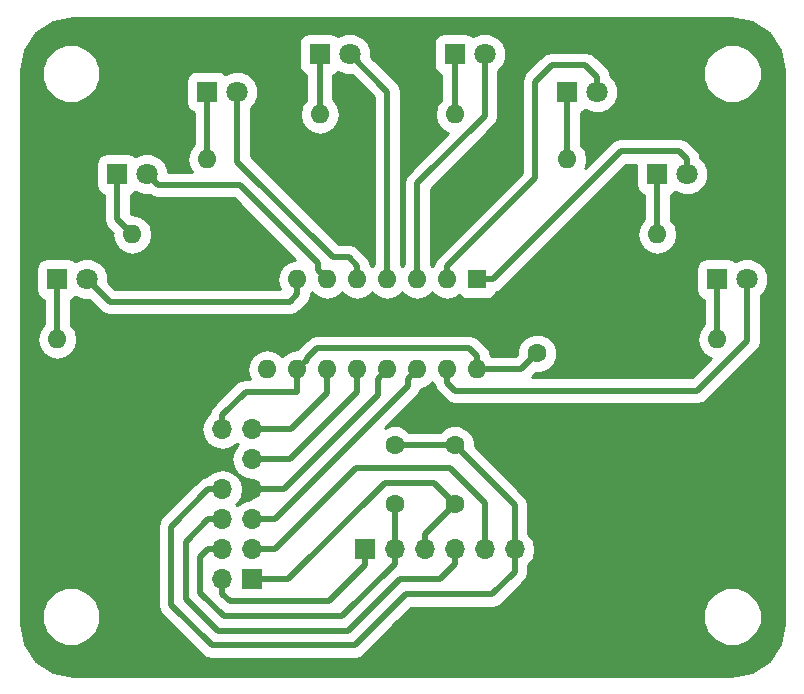
<source format=gbr>
G04 #@! TF.GenerationSoftware,KiCad,Pcbnew,(2018-01-11 revision 6f2beeb)-master*
G04 #@! TF.CreationDate,2018-01-15T15:50:05-06:00*
G04 #@! TF.ProjectId,minivol_led_encoder,6D696E69766F6C5F6C65645F656E636F,rev?*
G04 #@! TF.SameCoordinates,PX6ea0500PY7829b80*
G04 #@! TF.FileFunction,Copper,L2,Bot,Signal*
G04 #@! TF.FilePolarity,Positive*
%FSLAX46Y46*%
G04 Gerber Fmt 4.6, Leading zero omitted, Abs format (unit mm)*
G04 Created by KiCad (PCBNEW (2018-01-11 revision 6f2beeb)-master) date Monday, January 15, 2018 'PMt' 03:50:05 PM*
%MOMM*%
%LPD*%
G01*
G04 APERTURE LIST*
%ADD10C,1.600000*%
%ADD11C,1.800000*%
%ADD12R,1.800000X1.800000*%
%ADD13O,1.700000X1.700000*%
%ADD14R,1.700000X1.700000*%
%ADD15O,1.600000X1.600000*%
%ADD16R,1.600000X1.600000*%
%ADD17C,0.500000*%
%ADD18C,0.254000*%
G04 APERTURE END LIST*
D10*
X33225000Y15510000D03*
X33225000Y20510000D03*
X38305000Y20510000D03*
X38305000Y15510000D03*
X45290000Y28290000D03*
X45290000Y33290000D03*
D11*
X63070000Y34560000D03*
D12*
X60530000Y34560000D03*
D11*
X57990000Y43450000D03*
D12*
X55450000Y43450000D03*
X47830000Y50435000D03*
D11*
X50370000Y50435000D03*
D12*
X38305000Y53610000D03*
D11*
X40845000Y53610000D03*
X29415000Y53610000D03*
D12*
X26875000Y53610000D03*
D11*
X19890000Y50435000D03*
D12*
X17350000Y50435000D03*
X9730000Y43450000D03*
D11*
X12270000Y43450000D03*
D12*
X4650000Y34560000D03*
D11*
X7190000Y34560000D03*
D13*
X18620000Y21860000D03*
X21160000Y21860000D03*
X18620000Y19320000D03*
X21160000Y19320000D03*
X18620000Y16780000D03*
X21160000Y16780000D03*
X18620000Y14240000D03*
X21160000Y14240000D03*
X18620000Y11700000D03*
X21160000Y11700000D03*
X18620000Y9160000D03*
D14*
X21160000Y9160000D03*
D13*
X43385000Y11700000D03*
X40845000Y11700000D03*
X38305000Y11700000D03*
X35765000Y11700000D03*
X33225000Y11700000D03*
D14*
X30685000Y11700000D03*
D15*
X60530000Y29480000D03*
D10*
X60530000Y21860000D03*
X55450000Y30750000D03*
D15*
X55450000Y38370000D03*
X47830000Y44720000D03*
D10*
X47830000Y37100000D03*
X38305000Y40910000D03*
D15*
X38305000Y48530000D03*
X26875000Y48530000D03*
D10*
X26875000Y40910000D03*
X17350000Y37100000D03*
D15*
X17350000Y44720000D03*
X11000000Y38370000D03*
D10*
X11000000Y30750000D03*
X4650000Y21860000D03*
D15*
X4650000Y29480000D03*
X40210000Y26940000D03*
X22430000Y34560000D03*
X37670000Y26940000D03*
X24970000Y34560000D03*
X35130000Y26940000D03*
X27510000Y34560000D03*
X32590000Y26940000D03*
X30050000Y34560000D03*
X30050000Y26940000D03*
X32590000Y34560000D03*
X27510000Y26940000D03*
X35130000Y34560000D03*
X24970000Y26940000D03*
X37670000Y34560000D03*
X22430000Y26940000D03*
D16*
X40210000Y34560000D03*
D17*
X33225000Y11700000D02*
X33225000Y10497919D01*
X33225000Y10497919D02*
X28787070Y6059989D01*
X28787070Y6059989D02*
X18750149Y6059989D01*
X18750149Y6059989D02*
X16769999Y8040139D01*
X16769999Y8040139D02*
X16769999Y11052080D01*
X16769999Y11052080D02*
X17417919Y11700000D01*
X17417919Y11700000D02*
X18620000Y11700000D01*
X33225000Y11700000D02*
X33225000Y15510000D01*
X29822612Y3559969D02*
X17714607Y3559969D01*
X17714607Y3559969D02*
X14269979Y7004597D01*
X14269979Y7004597D02*
X14269979Y13632060D01*
X14269979Y13632060D02*
X17417919Y16780000D01*
X17417919Y16780000D02*
X18620000Y16780000D01*
X41480000Y7890000D02*
X34152642Y7890000D01*
X34152642Y7890000D02*
X29822612Y3559969D01*
X43385000Y9795000D02*
X41480000Y7890000D01*
X43385000Y11700000D02*
X43385000Y9795000D01*
X38305000Y20510000D02*
X43385000Y15430000D01*
X43385000Y15430000D02*
X43385000Y11700000D01*
X33225000Y20510000D02*
X38305000Y20510000D01*
X21160000Y9160000D02*
X24210998Y9160000D01*
X24210998Y9160000D02*
X32360999Y17310001D01*
X32360999Y17310001D02*
X36504999Y17310001D01*
X36504999Y17310001D02*
X38305000Y15510000D01*
X38305000Y15510000D02*
X35765000Y12970000D01*
X35765000Y12970000D02*
X35765000Y11700000D01*
X24970000Y25035000D02*
X20592919Y25035000D01*
X20592919Y25035000D02*
X18620000Y23062081D01*
X18620000Y23062081D02*
X18620000Y21860000D01*
X24970000Y26940000D02*
X24970000Y25035000D01*
X40210000Y26940000D02*
X40210000Y28071370D01*
X40210000Y28071370D02*
X39541369Y28740001D01*
X39541369Y28740001D02*
X26645999Y28740001D01*
X26645999Y28740001D02*
X25769999Y27864001D01*
X25769999Y27864001D02*
X25769999Y27739999D01*
X25769999Y27739999D02*
X24970000Y26940000D01*
X40210000Y26940000D02*
X43940000Y26940000D01*
X43940000Y26940000D02*
X45290000Y28290000D01*
X31790001Y24732781D02*
X23837220Y16780000D01*
X23837220Y16780000D02*
X21160000Y16780000D01*
X32590000Y26940000D02*
X31790001Y26140001D01*
X31790001Y26140001D02*
X31790001Y24732781D01*
X63070000Y34560000D02*
X63070000Y29355998D01*
X63070000Y29355998D02*
X58854001Y25139999D01*
X58854001Y25139999D02*
X38338631Y25139999D01*
X38338631Y25139999D02*
X37670000Y25808630D01*
X37670000Y25808630D02*
X37670000Y26940000D01*
X60530000Y34560000D02*
X60530000Y29480000D01*
X57990000Y43450000D02*
X57990000Y44722792D01*
X57312791Y45400001D02*
X52350001Y45400001D01*
X57990000Y44722792D02*
X57312791Y45400001D01*
X52350001Y45400001D02*
X41510000Y34560000D01*
X41510000Y34560000D02*
X40210000Y34560000D01*
X55450000Y43450000D02*
X55450000Y38370000D01*
X47830000Y44720000D02*
X47830000Y49800000D01*
X45085000Y51290002D02*
X45085000Y43106370D01*
X45085000Y43106370D02*
X37670000Y35691370D01*
X37670000Y35691370D02*
X37670000Y34560000D01*
X49372792Y52705000D02*
X46499998Y52705000D01*
X46499998Y52705000D02*
X45085000Y51290002D01*
X50370000Y50435000D02*
X50370000Y51707792D01*
X50370000Y51707792D02*
X49372792Y52705000D01*
X38305000Y48530000D02*
X38305000Y53610000D01*
X35130000Y34560000D02*
X35130000Y42690998D01*
X35130000Y42690998D02*
X40845000Y48405998D01*
X40845000Y48405998D02*
X40845000Y53610000D01*
X32590000Y34560000D02*
X32590000Y50435000D01*
X32590000Y50435000D02*
X29415000Y53610000D01*
X26875000Y48530000D02*
X26875000Y53610000D01*
X30050000Y34560000D02*
X30050000Y35691370D01*
X28001997Y36410001D02*
X19890000Y44521998D01*
X19890000Y44521998D02*
X19890000Y49800000D01*
X29331369Y36410001D02*
X28001997Y36410001D01*
X30050000Y35691370D02*
X29331369Y36410001D01*
X17350000Y44720000D02*
X17350000Y49800000D01*
X11000000Y38370000D02*
X9730000Y39640000D01*
X9730000Y39640000D02*
X9730000Y43450000D01*
X26710001Y35934217D02*
X20094217Y42550001D01*
X20094217Y42550001D02*
X13169999Y42550001D01*
X13169999Y42550001D02*
X12270000Y43450000D01*
X27510000Y34560000D02*
X26710001Y35359999D01*
X26710001Y35359999D02*
X26710001Y35934217D01*
X4650000Y29480000D02*
X4650000Y34560000D01*
X24970000Y33290000D02*
X24335000Y32655000D01*
X24335000Y32655000D02*
X9095000Y32655000D01*
X9095000Y32655000D02*
X7190000Y34560000D01*
X24970000Y34560000D02*
X24970000Y33290000D01*
X30050000Y25035000D02*
X24335000Y19320000D01*
X24335000Y19320000D02*
X21160000Y19320000D01*
X30050000Y26940000D02*
X30050000Y25035000D01*
X27510000Y26940000D02*
X27510000Y24897780D01*
X27510000Y24897780D02*
X24472220Y21860000D01*
X24472220Y21860000D02*
X21160000Y21860000D01*
X23065000Y14240000D02*
X21160000Y14240000D01*
X34330001Y25505001D02*
X23065000Y14240000D01*
X35130000Y26940000D02*
X34330001Y26140001D01*
X34330001Y26140001D02*
X34330001Y25505001D01*
X29925011Y18560011D02*
X23065000Y11700000D01*
X23065000Y11700000D02*
X21160000Y11700000D01*
X40845000Y11700000D02*
X40845000Y15634002D01*
X40845000Y15634002D02*
X37918991Y18560011D01*
X37918991Y18560011D02*
X29925011Y18560011D01*
X37035000Y9160000D02*
X33654861Y9160000D01*
X33654861Y9160000D02*
X29304841Y4809979D01*
X29304841Y4809979D02*
X18232378Y4809979D01*
X15519989Y7522368D02*
X15519989Y12342070D01*
X15519989Y12342070D02*
X17417919Y14240000D01*
X18232378Y4809979D02*
X15519989Y7522368D01*
X17417919Y14240000D02*
X18620000Y14240000D01*
X38305000Y10430000D02*
X37035000Y9160000D01*
X38305000Y11700000D02*
X38305000Y10430000D01*
X30685000Y11700000D02*
X30685000Y10350000D01*
X30685000Y10350000D02*
X27644999Y7309999D01*
X27644999Y7309999D02*
X19267920Y7309999D01*
X19267920Y7309999D02*
X18620000Y7957919D01*
X18620000Y7957919D02*
X18620000Y9160000D01*
D18*
G36*
X63467005Y56364502D02*
X64880221Y55420221D01*
X65824502Y54007003D01*
X66170000Y52270069D01*
X66170000Y5419931D01*
X65824502Y3682997D01*
X64880221Y2269779D01*
X63467005Y1325498D01*
X61730069Y980000D01*
X5989931Y980000D01*
X4252997Y1325498D01*
X2839779Y2269779D01*
X1895498Y3682995D01*
X1550000Y5419931D01*
X1550000Y5509456D01*
X3322571Y5509456D01*
X3698877Y4598725D01*
X4395060Y3901326D01*
X5305133Y3523431D01*
X6290544Y3522571D01*
X7201275Y3898877D01*
X7898674Y4595060D01*
X8276569Y5505133D01*
X8277429Y6490544D01*
X7901123Y7401275D01*
X7204940Y8098674D01*
X6294867Y8476569D01*
X5309456Y8477429D01*
X4398725Y8101123D01*
X3701326Y7404940D01*
X3323431Y6494867D01*
X3322571Y5509456D01*
X1550000Y5509456D01*
X1550000Y13632060D01*
X13142979Y13632060D01*
X13142979Y7004597D01*
X13228767Y6573313D01*
X13473070Y6207688D01*
X16917698Y2763059D01*
X17283323Y2518757D01*
X17714607Y2432969D01*
X29822612Y2432969D01*
X30253896Y2518757D01*
X30619521Y2763060D01*
X33365917Y5509456D01*
X59322571Y5509456D01*
X59698877Y4598725D01*
X60395060Y3901326D01*
X61305133Y3523431D01*
X62290544Y3522571D01*
X63201275Y3898877D01*
X63898674Y4595060D01*
X64276569Y5505133D01*
X64277429Y6490544D01*
X63901123Y7401275D01*
X63204940Y8098674D01*
X62294867Y8476569D01*
X61309456Y8477429D01*
X60398725Y8101123D01*
X59701326Y7404940D01*
X59323431Y6494867D01*
X59322571Y5509456D01*
X33365917Y5509456D01*
X34619461Y6763000D01*
X41480000Y6763000D01*
X41911284Y6848788D01*
X42276909Y7093091D01*
X44181909Y8998091D01*
X44426212Y9363716D01*
X44512000Y9795000D01*
X44512000Y10382069D01*
X44606173Y10444993D01*
X44980540Y11005272D01*
X45112000Y11666166D01*
X45112000Y11733834D01*
X44980540Y12394728D01*
X44606173Y12955007D01*
X44512000Y13017931D01*
X44512000Y15430000D01*
X44426212Y15861284D01*
X44181909Y16226909D01*
X39981928Y20426890D01*
X39982290Y20842112D01*
X39727520Y21458703D01*
X39256184Y21930862D01*
X38640039Y22186708D01*
X37972888Y22187290D01*
X37356297Y21932520D01*
X37060261Y21637000D01*
X34469534Y21637000D01*
X34176184Y21930862D01*
X33560039Y22186708D01*
X32892888Y22187290D01*
X32404177Y21985359D01*
X35126910Y24708092D01*
X35371213Y25073717D01*
X35384397Y25139999D01*
X35413548Y25286547D01*
X35771760Y25357800D01*
X36315818Y25721328D01*
X36400000Y25847315D01*
X36484182Y25721328D01*
X36572043Y25662621D01*
X36628788Y25377346D01*
X36873091Y25011721D01*
X37541722Y24343090D01*
X37907347Y24098787D01*
X38338631Y24012999D01*
X58854001Y24012999D01*
X59285285Y24098787D01*
X59650910Y24343090D01*
X63866909Y28559089D01*
X64111212Y28924714D01*
X64197000Y29355998D01*
X64197000Y33174169D01*
X64575588Y33552096D01*
X64846690Y34204982D01*
X64847307Y34911916D01*
X64577345Y35565274D01*
X64077904Y36065588D01*
X63425018Y36336690D01*
X62718084Y36337307D01*
X62075867Y36071948D01*
X62062281Y36092281D01*
X61772188Y36286116D01*
X61430000Y36354181D01*
X59630000Y36354181D01*
X59287812Y36286116D01*
X58997719Y36092281D01*
X58803884Y35802188D01*
X58735819Y35460000D01*
X58735819Y33660000D01*
X58803884Y33317812D01*
X58997719Y33027719D01*
X59287812Y32833884D01*
X59403000Y32810972D01*
X59403000Y30737973D01*
X59344182Y30698672D01*
X58980654Y30154614D01*
X58853000Y29512854D01*
X58853000Y29447146D01*
X58980654Y28805386D01*
X59344182Y28261328D01*
X59888240Y27897800D01*
X59996458Y27876274D01*
X58387183Y26266999D01*
X44860817Y26266999D01*
X45206891Y26613072D01*
X45622112Y26612710D01*
X46238703Y26867480D01*
X46710862Y27338816D01*
X46966708Y27954961D01*
X46967290Y28622112D01*
X46712520Y29238703D01*
X46241184Y29710862D01*
X45625039Y29966708D01*
X44957888Y29967290D01*
X44341297Y29712520D01*
X43869138Y29241184D01*
X43613292Y28625039D01*
X43612927Y28206745D01*
X43473182Y28067000D01*
X41457071Y28067000D01*
X41395818Y28158672D01*
X41307957Y28217379D01*
X41251212Y28502654D01*
X41006909Y28868279D01*
X40338278Y29536910D01*
X39972653Y29781213D01*
X39541369Y29867001D01*
X26645999Y29867001D01*
X26245226Y29787282D01*
X26214715Y29781213D01*
X25849090Y29536910D01*
X24973090Y28660910D01*
X24965044Y28648868D01*
X24328240Y28522200D01*
X23784182Y28158672D01*
X23700000Y28032685D01*
X23615818Y28158672D01*
X23071760Y28522200D01*
X22430000Y28649854D01*
X21788240Y28522200D01*
X21244182Y28158672D01*
X20880654Y27614614D01*
X20753000Y26972854D01*
X20753000Y26907146D01*
X20880654Y26265386D01*
X20949734Y26162000D01*
X20592919Y26162000D01*
X20161635Y26076212D01*
X19796010Y25831909D01*
X17823091Y23858990D01*
X17578788Y23493365D01*
X17517001Y23182742D01*
X17364993Y23081173D01*
X16990626Y22520894D01*
X16859166Y21860000D01*
X16990626Y21199106D01*
X17364993Y20638827D01*
X17925272Y20264460D01*
X18586166Y20133000D01*
X18653834Y20133000D01*
X19314728Y20264460D01*
X19875007Y20638827D01*
X19890000Y20661266D01*
X19904993Y20638827D01*
X19978068Y20590000D01*
X19904993Y20541173D01*
X19530626Y19980894D01*
X19399166Y19320000D01*
X19530626Y18659106D01*
X19904993Y18098827D01*
X20465272Y17724460D01*
X21033000Y17611532D01*
X21033000Y15948468D01*
X20465272Y15835540D01*
X19904993Y15461173D01*
X19890000Y15438734D01*
X19875007Y15461173D01*
X19801932Y15510000D01*
X19875007Y15558827D01*
X20249374Y16119106D01*
X20380834Y16780000D01*
X20249374Y17440894D01*
X19875007Y18001173D01*
X19314728Y18375540D01*
X18653834Y18507000D01*
X18586166Y18507000D01*
X17925272Y18375540D01*
X17364993Y18001173D01*
X17284311Y17880424D01*
X17058189Y17835445D01*
X16986634Y17821212D01*
X16621009Y17576909D01*
X13473070Y14428969D01*
X13228767Y14063344D01*
X13142979Y13632060D01*
X1550000Y13632060D01*
X1550000Y35460000D01*
X2855819Y35460000D01*
X2855819Y33660000D01*
X2923884Y33317812D01*
X3117719Y33027719D01*
X3407812Y32833884D01*
X3523000Y32810972D01*
X3523000Y30737973D01*
X3464182Y30698672D01*
X3100654Y30154614D01*
X2973000Y29512854D01*
X2973000Y29447146D01*
X3100654Y28805386D01*
X3464182Y28261328D01*
X4008240Y27897800D01*
X4650000Y27770146D01*
X5291760Y27897800D01*
X5835818Y28261328D01*
X6199346Y28805386D01*
X6327000Y29447146D01*
X6327000Y29512854D01*
X6199346Y30154614D01*
X5835818Y30698672D01*
X5777000Y30737973D01*
X5777000Y32810972D01*
X5892188Y32833884D01*
X6182281Y33027719D01*
X6196203Y33048554D01*
X6834982Y32783310D01*
X7373342Y32782840D01*
X8298091Y31858091D01*
X8663716Y31613788D01*
X9095000Y31528000D01*
X24335000Y31528000D01*
X24766284Y31613788D01*
X25131909Y31858091D01*
X25766910Y32493091D01*
X26011212Y32858716D01*
X26097000Y33290000D01*
X26097000Y33302027D01*
X26155818Y33341328D01*
X26240000Y33467315D01*
X26324182Y33341328D01*
X26868240Y32977800D01*
X27510000Y32850146D01*
X28151760Y32977800D01*
X28695818Y33341328D01*
X28780000Y33467315D01*
X28864182Y33341328D01*
X29408240Y32977800D01*
X30050000Y32850146D01*
X30691760Y32977800D01*
X31235818Y33341328D01*
X31320000Y33467315D01*
X31404182Y33341328D01*
X31948240Y32977800D01*
X32590000Y32850146D01*
X33231760Y32977800D01*
X33775818Y33341328D01*
X33860000Y33467315D01*
X33944182Y33341328D01*
X34488240Y32977800D01*
X35130000Y32850146D01*
X35771760Y32977800D01*
X36315818Y33341328D01*
X36400000Y33467315D01*
X36484182Y33341328D01*
X37028240Y32977800D01*
X37670000Y32850146D01*
X38311760Y32977800D01*
X38703150Y33239319D01*
X38777719Y33127719D01*
X39067812Y32933884D01*
X39410000Y32865819D01*
X41010000Y32865819D01*
X41352188Y32933884D01*
X41642281Y33127719D01*
X41836116Y33417812D01*
X41852696Y33501167D01*
X41941284Y33518788D01*
X42306909Y33763091D01*
X52816820Y44273001D01*
X53655819Y44273001D01*
X53655819Y42550000D01*
X53723884Y42207812D01*
X53917719Y41917719D01*
X54207812Y41723884D01*
X54323000Y41700972D01*
X54323000Y39627973D01*
X54264182Y39588672D01*
X53900654Y39044614D01*
X53773000Y38402854D01*
X53773000Y38337146D01*
X53900654Y37695386D01*
X54264182Y37151328D01*
X54808240Y36787800D01*
X55450000Y36660146D01*
X56091760Y36787800D01*
X56635818Y37151328D01*
X56999346Y37695386D01*
X57127000Y38337146D01*
X57127000Y38402854D01*
X56999346Y39044614D01*
X56635818Y39588672D01*
X56577000Y39627973D01*
X56577000Y41700972D01*
X56692188Y41723884D01*
X56982281Y41917719D01*
X56996203Y41938554D01*
X57634982Y41673310D01*
X58341916Y41672693D01*
X58995274Y41942655D01*
X59495588Y42442096D01*
X59766690Y43094982D01*
X59767307Y43801916D01*
X59497345Y44455274D01*
X59088807Y44864526D01*
X59031212Y45154076D01*
X58786909Y45519701D01*
X58109700Y46196910D01*
X57744075Y46441213D01*
X57312791Y46527001D01*
X52350001Y46527001D01*
X51990271Y46455446D01*
X51918716Y46441213D01*
X51553091Y46196910D01*
X49334600Y43978419D01*
X49379346Y44045386D01*
X49507000Y44687146D01*
X49507000Y44752854D01*
X49379346Y45394614D01*
X49015818Y45938672D01*
X48957000Y45977973D01*
X48957000Y48685972D01*
X49072188Y48708884D01*
X49362281Y48902719D01*
X49376203Y48923554D01*
X50014982Y48658310D01*
X50721916Y48657693D01*
X51375274Y48927655D01*
X51875588Y49427096D01*
X52146690Y50079982D01*
X52147307Y50786916D01*
X51877345Y51440274D01*
X51808284Y51509456D01*
X59322571Y51509456D01*
X59698877Y50598725D01*
X60395060Y49901326D01*
X61305133Y49523431D01*
X62290544Y49522571D01*
X63201275Y49898877D01*
X63898674Y50595060D01*
X64276569Y51505133D01*
X64277429Y52490544D01*
X63901123Y53401275D01*
X63204940Y54098674D01*
X62294867Y54476569D01*
X61309456Y54477429D01*
X60398725Y54101123D01*
X59701326Y53404940D01*
X59323431Y52494867D01*
X59322571Y51509456D01*
X51808284Y51509456D01*
X51468807Y51849526D01*
X51411212Y52139076D01*
X51166909Y52504701D01*
X50169701Y53501909D01*
X49804076Y53746212D01*
X49372792Y53832000D01*
X46499998Y53832000D01*
X46068714Y53746212D01*
X45703088Y53501909D01*
X44288091Y52086911D01*
X44043788Y51721286D01*
X43958000Y51290002D01*
X43958000Y43573189D01*
X36873091Y36488279D01*
X36628788Y36122654D01*
X36572043Y35837379D01*
X36484182Y35778672D01*
X36400000Y35652685D01*
X36315818Y35778672D01*
X36257000Y35817973D01*
X36257000Y42224180D01*
X41641910Y47609089D01*
X41886212Y47974714D01*
X41972000Y48405998D01*
X41972000Y52224169D01*
X42350588Y52602096D01*
X42621690Y53254982D01*
X42622307Y53961916D01*
X42352345Y54615274D01*
X41852904Y55115588D01*
X41200018Y55386690D01*
X40493084Y55387307D01*
X39850867Y55121948D01*
X39837281Y55142281D01*
X39547188Y55336116D01*
X39205000Y55404181D01*
X37405000Y55404181D01*
X37062812Y55336116D01*
X36772719Y55142281D01*
X36578884Y54852188D01*
X36510819Y54510000D01*
X36510819Y52710000D01*
X36578884Y52367812D01*
X36772719Y52077719D01*
X37062812Y51883884D01*
X37178000Y51860972D01*
X37178000Y49787973D01*
X37119182Y49748672D01*
X36755654Y49204614D01*
X36628000Y48562854D01*
X36628000Y48497146D01*
X36755654Y47855386D01*
X37119182Y47311328D01*
X37663240Y46947800D01*
X37771458Y46926274D01*
X34333091Y43487907D01*
X34088788Y43122282D01*
X34003000Y42690998D01*
X34003000Y35817973D01*
X33944182Y35778672D01*
X33860000Y35652685D01*
X33775818Y35778672D01*
X33717000Y35817973D01*
X33717000Y50435000D01*
X33631212Y50866284D01*
X33386909Y51231909D01*
X31191840Y53426978D01*
X31192307Y53961916D01*
X30922345Y54615274D01*
X30422904Y55115588D01*
X29770018Y55386690D01*
X29063084Y55387307D01*
X28420867Y55121948D01*
X28407281Y55142281D01*
X28117188Y55336116D01*
X27775000Y55404181D01*
X25975000Y55404181D01*
X25632812Y55336116D01*
X25342719Y55142281D01*
X25148884Y54852188D01*
X25080819Y54510000D01*
X25080819Y52710000D01*
X25148884Y52367812D01*
X25342719Y52077719D01*
X25632812Y51883884D01*
X25748000Y51860972D01*
X25748000Y49787973D01*
X25689182Y49748672D01*
X25325654Y49204614D01*
X25198000Y48562854D01*
X25198000Y48497146D01*
X25325654Y47855386D01*
X25689182Y47311328D01*
X26233240Y46947800D01*
X26875000Y46820146D01*
X27516760Y46947800D01*
X28060818Y47311328D01*
X28424346Y47855386D01*
X28552000Y48497146D01*
X28552000Y48562854D01*
X28424346Y49204614D01*
X28060818Y49748672D01*
X28002000Y49787973D01*
X28002000Y51860972D01*
X28117188Y51883884D01*
X28407281Y52077719D01*
X28421203Y52098554D01*
X29059982Y51833310D01*
X29598342Y51832840D01*
X31463000Y49968182D01*
X31463000Y35817973D01*
X31404182Y35778672D01*
X31320000Y35652685D01*
X31235818Y35778672D01*
X31147957Y35837379D01*
X31091212Y36122654D01*
X31048808Y36186116D01*
X30846910Y36488279D01*
X30128278Y37206910D01*
X29762653Y37451213D01*
X29331369Y37537001D01*
X28468815Y37537001D01*
X21017000Y44988816D01*
X21017000Y49049169D01*
X21395588Y49427096D01*
X21666690Y50079982D01*
X21667307Y50786916D01*
X21397345Y51440274D01*
X20897904Y51940588D01*
X20245018Y52211690D01*
X19538084Y52212307D01*
X18895867Y51946948D01*
X18882281Y51967281D01*
X18592188Y52161116D01*
X18250000Y52229181D01*
X16450000Y52229181D01*
X16107812Y52161116D01*
X15817719Y51967281D01*
X15623884Y51677188D01*
X15555819Y51335000D01*
X15555819Y49535000D01*
X15623884Y49192812D01*
X15817719Y48902719D01*
X16107812Y48708884D01*
X16223000Y48685972D01*
X16223000Y45977973D01*
X16164182Y45938672D01*
X15800654Y45394614D01*
X15673000Y44752854D01*
X15673000Y44687146D01*
X15800654Y44045386D01*
X16046801Y43677001D01*
X14047198Y43677001D01*
X14047307Y43801916D01*
X13777345Y44455274D01*
X13277904Y44955588D01*
X12625018Y45226690D01*
X11918084Y45227307D01*
X11275867Y44961948D01*
X11262281Y44982281D01*
X10972188Y45176116D01*
X10630000Y45244181D01*
X8830000Y45244181D01*
X8487812Y45176116D01*
X8197719Y44982281D01*
X8003884Y44692188D01*
X7935819Y44350000D01*
X7935819Y42550000D01*
X8003884Y42207812D01*
X8197719Y41917719D01*
X8487812Y41723884D01*
X8603000Y41700972D01*
X8603000Y39640000D01*
X8688788Y39208716D01*
X8933091Y38843091D01*
X9331350Y38444832D01*
X9323000Y38402854D01*
X9323000Y38337146D01*
X9450654Y37695386D01*
X9814182Y37151328D01*
X10358240Y36787800D01*
X11000000Y36660146D01*
X11641760Y36787800D01*
X12185818Y37151328D01*
X12549346Y37695386D01*
X12677000Y38337146D01*
X12677000Y38402854D01*
X12549346Y39044614D01*
X12185818Y39588672D01*
X11641760Y39952200D01*
X11000000Y40079854D01*
X10903216Y40060602D01*
X10857000Y40106818D01*
X10857000Y41700972D01*
X10972188Y41723884D01*
X11262281Y41917719D01*
X11276203Y41938554D01*
X11914982Y41673310D01*
X12493247Y41672805D01*
X12738715Y41508789D01*
X13169999Y41423001D01*
X19627399Y41423001D01*
X24811978Y36238421D01*
X24328240Y36142200D01*
X23784182Y35778672D01*
X23420654Y35234614D01*
X23293000Y34592854D01*
X23293000Y34527146D01*
X23420654Y33885386D01*
X23489734Y33782000D01*
X9561818Y33782000D01*
X8966840Y34376978D01*
X8967307Y34911916D01*
X8697345Y35565274D01*
X8197904Y36065588D01*
X7545018Y36336690D01*
X6838084Y36337307D01*
X6195867Y36071948D01*
X6182281Y36092281D01*
X5892188Y36286116D01*
X5550000Y36354181D01*
X3750000Y36354181D01*
X3407812Y36286116D01*
X3117719Y36092281D01*
X2923884Y35802188D01*
X2855819Y35460000D01*
X1550000Y35460000D01*
X1550000Y51509456D01*
X3322571Y51509456D01*
X3698877Y50598725D01*
X4395060Y49901326D01*
X5305133Y49523431D01*
X6290544Y49522571D01*
X7201275Y49898877D01*
X7898674Y50595060D01*
X8276569Y51505133D01*
X8277429Y52490544D01*
X7901123Y53401275D01*
X7204940Y54098674D01*
X6294867Y54476569D01*
X5309456Y54477429D01*
X4398725Y54101123D01*
X3701326Y53404940D01*
X3323431Y52494867D01*
X3322571Y51509456D01*
X1550000Y51509456D01*
X1550000Y52270069D01*
X1895498Y54007005D01*
X2839779Y55420221D01*
X4252997Y56364502D01*
X5989931Y56710000D01*
X61730069Y56710000D01*
X63467005Y56364502D01*
X63467005Y56364502D01*
G37*
X63467005Y56364502D02*
X64880221Y55420221D01*
X65824502Y54007003D01*
X66170000Y52270069D01*
X66170000Y5419931D01*
X65824502Y3682997D01*
X64880221Y2269779D01*
X63467005Y1325498D01*
X61730069Y980000D01*
X5989931Y980000D01*
X4252997Y1325498D01*
X2839779Y2269779D01*
X1895498Y3682995D01*
X1550000Y5419931D01*
X1550000Y5509456D01*
X3322571Y5509456D01*
X3698877Y4598725D01*
X4395060Y3901326D01*
X5305133Y3523431D01*
X6290544Y3522571D01*
X7201275Y3898877D01*
X7898674Y4595060D01*
X8276569Y5505133D01*
X8277429Y6490544D01*
X7901123Y7401275D01*
X7204940Y8098674D01*
X6294867Y8476569D01*
X5309456Y8477429D01*
X4398725Y8101123D01*
X3701326Y7404940D01*
X3323431Y6494867D01*
X3322571Y5509456D01*
X1550000Y5509456D01*
X1550000Y13632060D01*
X13142979Y13632060D01*
X13142979Y7004597D01*
X13228767Y6573313D01*
X13473070Y6207688D01*
X16917698Y2763059D01*
X17283323Y2518757D01*
X17714607Y2432969D01*
X29822612Y2432969D01*
X30253896Y2518757D01*
X30619521Y2763060D01*
X33365917Y5509456D01*
X59322571Y5509456D01*
X59698877Y4598725D01*
X60395060Y3901326D01*
X61305133Y3523431D01*
X62290544Y3522571D01*
X63201275Y3898877D01*
X63898674Y4595060D01*
X64276569Y5505133D01*
X64277429Y6490544D01*
X63901123Y7401275D01*
X63204940Y8098674D01*
X62294867Y8476569D01*
X61309456Y8477429D01*
X60398725Y8101123D01*
X59701326Y7404940D01*
X59323431Y6494867D01*
X59322571Y5509456D01*
X33365917Y5509456D01*
X34619461Y6763000D01*
X41480000Y6763000D01*
X41911284Y6848788D01*
X42276909Y7093091D01*
X44181909Y8998091D01*
X44426212Y9363716D01*
X44512000Y9795000D01*
X44512000Y10382069D01*
X44606173Y10444993D01*
X44980540Y11005272D01*
X45112000Y11666166D01*
X45112000Y11733834D01*
X44980540Y12394728D01*
X44606173Y12955007D01*
X44512000Y13017931D01*
X44512000Y15430000D01*
X44426212Y15861284D01*
X44181909Y16226909D01*
X39981928Y20426890D01*
X39982290Y20842112D01*
X39727520Y21458703D01*
X39256184Y21930862D01*
X38640039Y22186708D01*
X37972888Y22187290D01*
X37356297Y21932520D01*
X37060261Y21637000D01*
X34469534Y21637000D01*
X34176184Y21930862D01*
X33560039Y22186708D01*
X32892888Y22187290D01*
X32404177Y21985359D01*
X35126910Y24708092D01*
X35371213Y25073717D01*
X35384397Y25139999D01*
X35413548Y25286547D01*
X35771760Y25357800D01*
X36315818Y25721328D01*
X36400000Y25847315D01*
X36484182Y25721328D01*
X36572043Y25662621D01*
X36628788Y25377346D01*
X36873091Y25011721D01*
X37541722Y24343090D01*
X37907347Y24098787D01*
X38338631Y24012999D01*
X58854001Y24012999D01*
X59285285Y24098787D01*
X59650910Y24343090D01*
X63866909Y28559089D01*
X64111212Y28924714D01*
X64197000Y29355998D01*
X64197000Y33174169D01*
X64575588Y33552096D01*
X64846690Y34204982D01*
X64847307Y34911916D01*
X64577345Y35565274D01*
X64077904Y36065588D01*
X63425018Y36336690D01*
X62718084Y36337307D01*
X62075867Y36071948D01*
X62062281Y36092281D01*
X61772188Y36286116D01*
X61430000Y36354181D01*
X59630000Y36354181D01*
X59287812Y36286116D01*
X58997719Y36092281D01*
X58803884Y35802188D01*
X58735819Y35460000D01*
X58735819Y33660000D01*
X58803884Y33317812D01*
X58997719Y33027719D01*
X59287812Y32833884D01*
X59403000Y32810972D01*
X59403000Y30737973D01*
X59344182Y30698672D01*
X58980654Y30154614D01*
X58853000Y29512854D01*
X58853000Y29447146D01*
X58980654Y28805386D01*
X59344182Y28261328D01*
X59888240Y27897800D01*
X59996458Y27876274D01*
X58387183Y26266999D01*
X44860817Y26266999D01*
X45206891Y26613072D01*
X45622112Y26612710D01*
X46238703Y26867480D01*
X46710862Y27338816D01*
X46966708Y27954961D01*
X46967290Y28622112D01*
X46712520Y29238703D01*
X46241184Y29710862D01*
X45625039Y29966708D01*
X44957888Y29967290D01*
X44341297Y29712520D01*
X43869138Y29241184D01*
X43613292Y28625039D01*
X43612927Y28206745D01*
X43473182Y28067000D01*
X41457071Y28067000D01*
X41395818Y28158672D01*
X41307957Y28217379D01*
X41251212Y28502654D01*
X41006909Y28868279D01*
X40338278Y29536910D01*
X39972653Y29781213D01*
X39541369Y29867001D01*
X26645999Y29867001D01*
X26245226Y29787282D01*
X26214715Y29781213D01*
X25849090Y29536910D01*
X24973090Y28660910D01*
X24965044Y28648868D01*
X24328240Y28522200D01*
X23784182Y28158672D01*
X23700000Y28032685D01*
X23615818Y28158672D01*
X23071760Y28522200D01*
X22430000Y28649854D01*
X21788240Y28522200D01*
X21244182Y28158672D01*
X20880654Y27614614D01*
X20753000Y26972854D01*
X20753000Y26907146D01*
X20880654Y26265386D01*
X20949734Y26162000D01*
X20592919Y26162000D01*
X20161635Y26076212D01*
X19796010Y25831909D01*
X17823091Y23858990D01*
X17578788Y23493365D01*
X17517001Y23182742D01*
X17364993Y23081173D01*
X16990626Y22520894D01*
X16859166Y21860000D01*
X16990626Y21199106D01*
X17364993Y20638827D01*
X17925272Y20264460D01*
X18586166Y20133000D01*
X18653834Y20133000D01*
X19314728Y20264460D01*
X19875007Y20638827D01*
X19890000Y20661266D01*
X19904993Y20638827D01*
X19978068Y20590000D01*
X19904993Y20541173D01*
X19530626Y19980894D01*
X19399166Y19320000D01*
X19530626Y18659106D01*
X19904993Y18098827D01*
X20465272Y17724460D01*
X21033000Y17611532D01*
X21033000Y15948468D01*
X20465272Y15835540D01*
X19904993Y15461173D01*
X19890000Y15438734D01*
X19875007Y15461173D01*
X19801932Y15510000D01*
X19875007Y15558827D01*
X20249374Y16119106D01*
X20380834Y16780000D01*
X20249374Y17440894D01*
X19875007Y18001173D01*
X19314728Y18375540D01*
X18653834Y18507000D01*
X18586166Y18507000D01*
X17925272Y18375540D01*
X17364993Y18001173D01*
X17284311Y17880424D01*
X17058189Y17835445D01*
X16986634Y17821212D01*
X16621009Y17576909D01*
X13473070Y14428969D01*
X13228767Y14063344D01*
X13142979Y13632060D01*
X1550000Y13632060D01*
X1550000Y35460000D01*
X2855819Y35460000D01*
X2855819Y33660000D01*
X2923884Y33317812D01*
X3117719Y33027719D01*
X3407812Y32833884D01*
X3523000Y32810972D01*
X3523000Y30737973D01*
X3464182Y30698672D01*
X3100654Y30154614D01*
X2973000Y29512854D01*
X2973000Y29447146D01*
X3100654Y28805386D01*
X3464182Y28261328D01*
X4008240Y27897800D01*
X4650000Y27770146D01*
X5291760Y27897800D01*
X5835818Y28261328D01*
X6199346Y28805386D01*
X6327000Y29447146D01*
X6327000Y29512854D01*
X6199346Y30154614D01*
X5835818Y30698672D01*
X5777000Y30737973D01*
X5777000Y32810972D01*
X5892188Y32833884D01*
X6182281Y33027719D01*
X6196203Y33048554D01*
X6834982Y32783310D01*
X7373342Y32782840D01*
X8298091Y31858091D01*
X8663716Y31613788D01*
X9095000Y31528000D01*
X24335000Y31528000D01*
X24766284Y31613788D01*
X25131909Y31858091D01*
X25766910Y32493091D01*
X26011212Y32858716D01*
X26097000Y33290000D01*
X26097000Y33302027D01*
X26155818Y33341328D01*
X26240000Y33467315D01*
X26324182Y33341328D01*
X26868240Y32977800D01*
X27510000Y32850146D01*
X28151760Y32977800D01*
X28695818Y33341328D01*
X28780000Y33467315D01*
X28864182Y33341328D01*
X29408240Y32977800D01*
X30050000Y32850146D01*
X30691760Y32977800D01*
X31235818Y33341328D01*
X31320000Y33467315D01*
X31404182Y33341328D01*
X31948240Y32977800D01*
X32590000Y32850146D01*
X33231760Y32977800D01*
X33775818Y33341328D01*
X33860000Y33467315D01*
X33944182Y33341328D01*
X34488240Y32977800D01*
X35130000Y32850146D01*
X35771760Y32977800D01*
X36315818Y33341328D01*
X36400000Y33467315D01*
X36484182Y33341328D01*
X37028240Y32977800D01*
X37670000Y32850146D01*
X38311760Y32977800D01*
X38703150Y33239319D01*
X38777719Y33127719D01*
X39067812Y32933884D01*
X39410000Y32865819D01*
X41010000Y32865819D01*
X41352188Y32933884D01*
X41642281Y33127719D01*
X41836116Y33417812D01*
X41852696Y33501167D01*
X41941284Y33518788D01*
X42306909Y33763091D01*
X52816820Y44273001D01*
X53655819Y44273001D01*
X53655819Y42550000D01*
X53723884Y42207812D01*
X53917719Y41917719D01*
X54207812Y41723884D01*
X54323000Y41700972D01*
X54323000Y39627973D01*
X54264182Y39588672D01*
X53900654Y39044614D01*
X53773000Y38402854D01*
X53773000Y38337146D01*
X53900654Y37695386D01*
X54264182Y37151328D01*
X54808240Y36787800D01*
X55450000Y36660146D01*
X56091760Y36787800D01*
X56635818Y37151328D01*
X56999346Y37695386D01*
X57127000Y38337146D01*
X57127000Y38402854D01*
X56999346Y39044614D01*
X56635818Y39588672D01*
X56577000Y39627973D01*
X56577000Y41700972D01*
X56692188Y41723884D01*
X56982281Y41917719D01*
X56996203Y41938554D01*
X57634982Y41673310D01*
X58341916Y41672693D01*
X58995274Y41942655D01*
X59495588Y42442096D01*
X59766690Y43094982D01*
X59767307Y43801916D01*
X59497345Y44455274D01*
X59088807Y44864526D01*
X59031212Y45154076D01*
X58786909Y45519701D01*
X58109700Y46196910D01*
X57744075Y46441213D01*
X57312791Y46527001D01*
X52350001Y46527001D01*
X51990271Y46455446D01*
X51918716Y46441213D01*
X51553091Y46196910D01*
X49334600Y43978419D01*
X49379346Y44045386D01*
X49507000Y44687146D01*
X49507000Y44752854D01*
X49379346Y45394614D01*
X49015818Y45938672D01*
X48957000Y45977973D01*
X48957000Y48685972D01*
X49072188Y48708884D01*
X49362281Y48902719D01*
X49376203Y48923554D01*
X50014982Y48658310D01*
X50721916Y48657693D01*
X51375274Y48927655D01*
X51875588Y49427096D01*
X52146690Y50079982D01*
X52147307Y50786916D01*
X51877345Y51440274D01*
X51808284Y51509456D01*
X59322571Y51509456D01*
X59698877Y50598725D01*
X60395060Y49901326D01*
X61305133Y49523431D01*
X62290544Y49522571D01*
X63201275Y49898877D01*
X63898674Y50595060D01*
X64276569Y51505133D01*
X64277429Y52490544D01*
X63901123Y53401275D01*
X63204940Y54098674D01*
X62294867Y54476569D01*
X61309456Y54477429D01*
X60398725Y54101123D01*
X59701326Y53404940D01*
X59323431Y52494867D01*
X59322571Y51509456D01*
X51808284Y51509456D01*
X51468807Y51849526D01*
X51411212Y52139076D01*
X51166909Y52504701D01*
X50169701Y53501909D01*
X49804076Y53746212D01*
X49372792Y53832000D01*
X46499998Y53832000D01*
X46068714Y53746212D01*
X45703088Y53501909D01*
X44288091Y52086911D01*
X44043788Y51721286D01*
X43958000Y51290002D01*
X43958000Y43573189D01*
X36873091Y36488279D01*
X36628788Y36122654D01*
X36572043Y35837379D01*
X36484182Y35778672D01*
X36400000Y35652685D01*
X36315818Y35778672D01*
X36257000Y35817973D01*
X36257000Y42224180D01*
X41641910Y47609089D01*
X41886212Y47974714D01*
X41972000Y48405998D01*
X41972000Y52224169D01*
X42350588Y52602096D01*
X42621690Y53254982D01*
X42622307Y53961916D01*
X42352345Y54615274D01*
X41852904Y55115588D01*
X41200018Y55386690D01*
X40493084Y55387307D01*
X39850867Y55121948D01*
X39837281Y55142281D01*
X39547188Y55336116D01*
X39205000Y55404181D01*
X37405000Y55404181D01*
X37062812Y55336116D01*
X36772719Y55142281D01*
X36578884Y54852188D01*
X36510819Y54510000D01*
X36510819Y52710000D01*
X36578884Y52367812D01*
X36772719Y52077719D01*
X37062812Y51883884D01*
X37178000Y51860972D01*
X37178000Y49787973D01*
X37119182Y49748672D01*
X36755654Y49204614D01*
X36628000Y48562854D01*
X36628000Y48497146D01*
X36755654Y47855386D01*
X37119182Y47311328D01*
X37663240Y46947800D01*
X37771458Y46926274D01*
X34333091Y43487907D01*
X34088788Y43122282D01*
X34003000Y42690998D01*
X34003000Y35817973D01*
X33944182Y35778672D01*
X33860000Y35652685D01*
X33775818Y35778672D01*
X33717000Y35817973D01*
X33717000Y50435000D01*
X33631212Y50866284D01*
X33386909Y51231909D01*
X31191840Y53426978D01*
X31192307Y53961916D01*
X30922345Y54615274D01*
X30422904Y55115588D01*
X29770018Y55386690D01*
X29063084Y55387307D01*
X28420867Y55121948D01*
X28407281Y55142281D01*
X28117188Y55336116D01*
X27775000Y55404181D01*
X25975000Y55404181D01*
X25632812Y55336116D01*
X25342719Y55142281D01*
X25148884Y54852188D01*
X25080819Y54510000D01*
X25080819Y52710000D01*
X25148884Y52367812D01*
X25342719Y52077719D01*
X25632812Y51883884D01*
X25748000Y51860972D01*
X25748000Y49787973D01*
X25689182Y49748672D01*
X25325654Y49204614D01*
X25198000Y48562854D01*
X25198000Y48497146D01*
X25325654Y47855386D01*
X25689182Y47311328D01*
X26233240Y46947800D01*
X26875000Y46820146D01*
X27516760Y46947800D01*
X28060818Y47311328D01*
X28424346Y47855386D01*
X28552000Y48497146D01*
X28552000Y48562854D01*
X28424346Y49204614D01*
X28060818Y49748672D01*
X28002000Y49787973D01*
X28002000Y51860972D01*
X28117188Y51883884D01*
X28407281Y52077719D01*
X28421203Y52098554D01*
X29059982Y51833310D01*
X29598342Y51832840D01*
X31463000Y49968182D01*
X31463000Y35817973D01*
X31404182Y35778672D01*
X31320000Y35652685D01*
X31235818Y35778672D01*
X31147957Y35837379D01*
X31091212Y36122654D01*
X31048808Y36186116D01*
X30846910Y36488279D01*
X30128278Y37206910D01*
X29762653Y37451213D01*
X29331369Y37537001D01*
X28468815Y37537001D01*
X21017000Y44988816D01*
X21017000Y49049169D01*
X21395588Y49427096D01*
X21666690Y50079982D01*
X21667307Y50786916D01*
X21397345Y51440274D01*
X20897904Y51940588D01*
X20245018Y52211690D01*
X19538084Y52212307D01*
X18895867Y51946948D01*
X18882281Y51967281D01*
X18592188Y52161116D01*
X18250000Y52229181D01*
X16450000Y52229181D01*
X16107812Y52161116D01*
X15817719Y51967281D01*
X15623884Y51677188D01*
X15555819Y51335000D01*
X15555819Y49535000D01*
X15623884Y49192812D01*
X15817719Y48902719D01*
X16107812Y48708884D01*
X16223000Y48685972D01*
X16223000Y45977973D01*
X16164182Y45938672D01*
X15800654Y45394614D01*
X15673000Y44752854D01*
X15673000Y44687146D01*
X15800654Y44045386D01*
X16046801Y43677001D01*
X14047198Y43677001D01*
X14047307Y43801916D01*
X13777345Y44455274D01*
X13277904Y44955588D01*
X12625018Y45226690D01*
X11918084Y45227307D01*
X11275867Y44961948D01*
X11262281Y44982281D01*
X10972188Y45176116D01*
X10630000Y45244181D01*
X8830000Y45244181D01*
X8487812Y45176116D01*
X8197719Y44982281D01*
X8003884Y44692188D01*
X7935819Y44350000D01*
X7935819Y42550000D01*
X8003884Y42207812D01*
X8197719Y41917719D01*
X8487812Y41723884D01*
X8603000Y41700972D01*
X8603000Y39640000D01*
X8688788Y39208716D01*
X8933091Y38843091D01*
X9331350Y38444832D01*
X9323000Y38402854D01*
X9323000Y38337146D01*
X9450654Y37695386D01*
X9814182Y37151328D01*
X10358240Y36787800D01*
X11000000Y36660146D01*
X11641760Y36787800D01*
X12185818Y37151328D01*
X12549346Y37695386D01*
X12677000Y38337146D01*
X12677000Y38402854D01*
X12549346Y39044614D01*
X12185818Y39588672D01*
X11641760Y39952200D01*
X11000000Y40079854D01*
X10903216Y40060602D01*
X10857000Y40106818D01*
X10857000Y41700972D01*
X10972188Y41723884D01*
X11262281Y41917719D01*
X11276203Y41938554D01*
X11914982Y41673310D01*
X12493247Y41672805D01*
X12738715Y41508789D01*
X13169999Y41423001D01*
X19627399Y41423001D01*
X24811978Y36238421D01*
X24328240Y36142200D01*
X23784182Y35778672D01*
X23420654Y35234614D01*
X23293000Y34592854D01*
X23293000Y34527146D01*
X23420654Y33885386D01*
X23489734Y33782000D01*
X9561818Y33782000D01*
X8966840Y34376978D01*
X8967307Y34911916D01*
X8697345Y35565274D01*
X8197904Y36065588D01*
X7545018Y36336690D01*
X6838084Y36337307D01*
X6195867Y36071948D01*
X6182281Y36092281D01*
X5892188Y36286116D01*
X5550000Y36354181D01*
X3750000Y36354181D01*
X3407812Y36286116D01*
X3117719Y36092281D01*
X2923884Y35802188D01*
X2855819Y35460000D01*
X1550000Y35460000D01*
X1550000Y51509456D01*
X3322571Y51509456D01*
X3698877Y50598725D01*
X4395060Y49901326D01*
X5305133Y49523431D01*
X6290544Y49522571D01*
X7201275Y49898877D01*
X7898674Y50595060D01*
X8276569Y51505133D01*
X8277429Y52490544D01*
X7901123Y53401275D01*
X7204940Y54098674D01*
X6294867Y54476569D01*
X5309456Y54477429D01*
X4398725Y54101123D01*
X3701326Y53404940D01*
X3323431Y52494867D01*
X3322571Y51509456D01*
X1550000Y51509456D01*
X1550000Y52270069D01*
X1895498Y54007005D01*
X2839779Y55420221D01*
X4252997Y56364502D01*
X5989931Y56710000D01*
X61730069Y56710000D01*
X63467005Y56364502D01*
M02*

</source>
